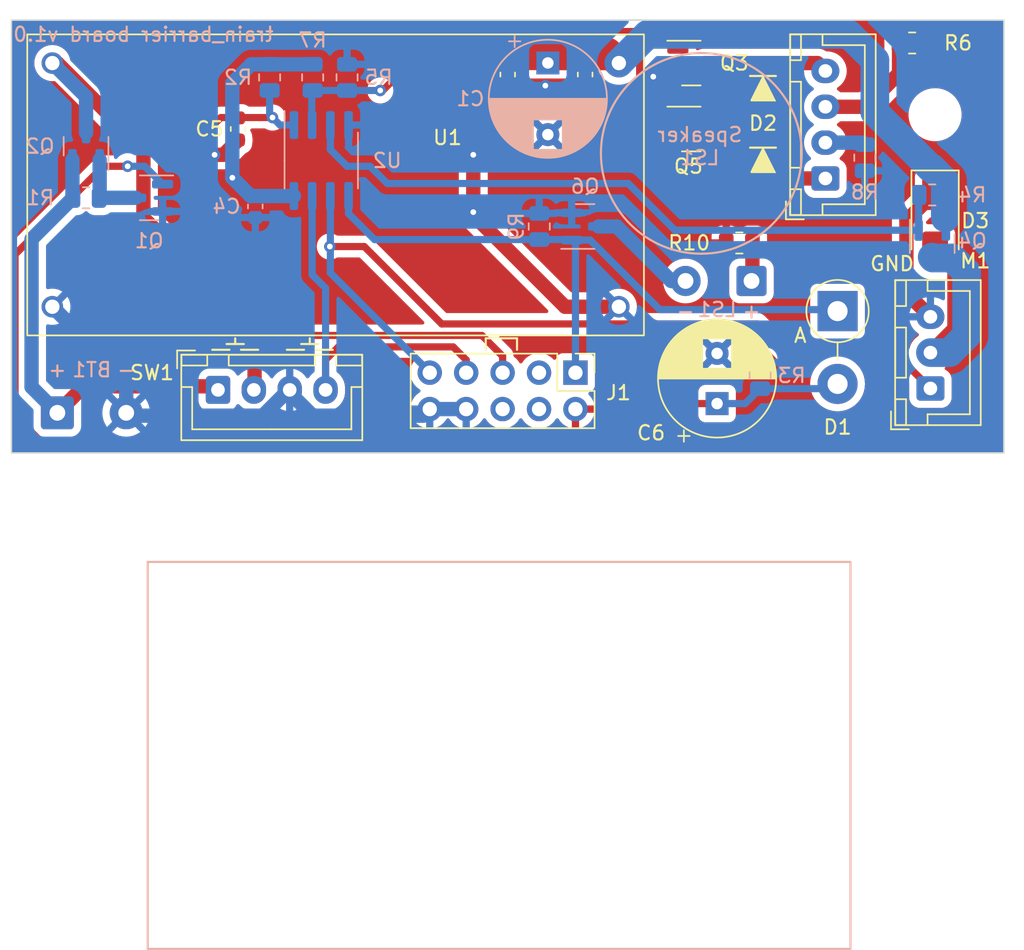
<source format=kicad_pcb>
(kicad_pcb (version 20221018) (generator pcbnew)
  (layers (0 "F.Cu" signal) (31 "B.Cu" signal) (34 "B.Paste" user) (35 "F.Paste" user) (36 "B.SilkS" user "B.Silkscreen") (37 "F.SilkS" user "F.Silkscreen") (38 "B.Mask" user) (39 "F.Mask" user) (44 "Edge.Cuts" user))
  (net 0 "")
  (net 1 "GND")
  (net 2 "PWR_EN")
  (net 3 "NOISE")
  (net 4 "+5V")
  (net 5 "RESET")
  (net 6 "SERVO_EN")
  (net 7 "SERVO_PWM")
  (net 8 "Net-(LS1-Pad1)")
  (net 9 "LED")
  (net 10 "BUTTON")
  (net 14 "Net-(Q2-Pad3)")
  (net 15 "Net-(Q1-Pad3)")
  (net 16 "Net-(LS1-Pad2)")
  (net 17 "Net-(D3-Pad2)")
  (net 18 "Net-(D2-Pad4)")
  (net 19 "Net-(D2-Pad3)")
  (net 20 "Net-(D2-Pad2)")
  (net 21 "Net-(D2-Pad1)")
  (net 22 "Net-(BT1-Pad1)")
  (footprint "Capacitor_SMD:C_0603_1608Metric" (layer "F.Cu") (at 97.6 29 -90)
    (fp_text reference "C3" (at 2.6 0 180) (layer "F.SilkS"))
    (fp_text value "0.1 uF" hide)
    (pad "1" smd roundrect (at -0.775 0 270) (size 0.9 0.95) (layers "F.Cu" "F.Paste" "F.Mask") (net 4 "+5V"))
    (pad "2" smd roundrect (at 0.775 0 270) (size 0.9 0.95) (layers "F.Cu" "F.Paste" "F.Mask") (net 1 "GND"))
  )
  (footprint "Resistor_SMD:R_0805_2012Metric" (layer "F.Cu") (at 125.8 26.8 180)
    (fp_text reference "R6" (at -3.2 0 180) (layer "F.SilkS"))
    (fp_text value "100" hide)
    (pad "1" smd roundrect (at -0.9125 0 180) (size 1.025 1.4) (layers "F.Cu" "F.Paste" "F.Mask") (roundrect_rratio 0.243902) (net 4 "+5V"))
    (pad "2" smd roundrect (at 0.9125 0 180) (size 1.025 1.4) (layers "F.Cu" "F.Paste" "F.Mask") (roundrect_rratio 0.243902) (net 19 "Net-(D2-Pad3)"))
  )
  (footprint "Connector_JST:JST_XH_B4B-XH-A_1x04_P2.50mm_Vertical" (layer "F.Cu") (at 77.4 51)
    (fp_text reference "SW1" (at -4.6 -1.2) (layer "F.SilkS"))
    (fp_text value "SW_Push_Dual_x2" hide)
    (pad "1" thru_hole roundrect (at 0 0) (size 1.7 1.95) (drill 0.95) (layers "*.Cu" "*.Mask") (roundrect_rratio 0.147059) (net 22 "Net-(BT1-Pad1)"))
    (pad "2" thru_hole oval (at 2.5 0) (size 1.7 1.95) (drill 0.95) (layers "*.Cu" "*.Mask") (net 14 "Net-(Q2-Pad3)"))
    (pad "3" thru_hole oval (at 5 0) (size 1.7 1.95) (drill 0.95) (layers "*.Cu" "*.Mask") (net 1 "GND"))
    (pad "4" thru_hole oval (at 7.5 0) (size 1.7 1.95) (drill 0.95) (layers "*.Cu" "*.Mask") (net 10 "BUTTON"))
  )
  (footprint "Capacitor_SMD:C_0603_1608Metric" (layer "F.Cu") (at 78.8 32.8 -90)
    (fp_text reference "C5" (at 0 2) (layer "F.SilkS"))
    (fp_text value "0.1 uF" hide)
    (pad "1" smd roundrect (at -0.775 0 270) (size 0.9 0.95) (layers "F.Cu" "F.Paste" "F.Mask") (net 5 "RESET"))
    (pad "2" smd roundrect (at 0.775 0 270) (size 0.9 0.95) (layers "F.Cu" "F.Paste" "F.Mask") (net 1 "GND"))
  )
  (footprint "Connector_JST:JST_XH_B3B-XH-A_1x03_P2.50mm_Vertical" (layer "F.Cu") (at 127.075 50.9 90)
    (fp_text reference "M1" (at 8.9 3.125 180) (layer "F.SilkS"))
    (fp_text value "Motor_Servo" hide)
    (pad "1" thru_hole roundrect (at 0 0 90) (size 1.7 1.95) (drill 0.95) (layers "*.Cu" "*.Mask") (roundrect_rratio 0.147059) (net 7 "SERVO_PWM"))
    (pad "2" thru_hole oval (at 2.5 0 90) (size 1.7 1.95) (drill 0.95) (layers "*.Cu" "*.Mask") (net 17 "Net-(D3-Pad2)"))
    (pad "3" thru_hole oval (at 5 0 90) (size 1.7 1.95) (drill 0.95) (layers "*.Cu" "*.Mask") (net 1 "GND"))
  )
  (footprint "Capacitor_SMD:C_0603_1608Metric" (layer "F.Cu") (at 103 29 -90)
    (fp_text reference "C2" (at 2.4 0 180) (layer "F.SilkS"))
    (fp_text value "22 uF" hide)
    (pad "1" smd roundrect (at -0.775 0 270) (size 0.9 0.95) (layers "F.Cu" "F.Paste" "F.Mask") (net 4 "+5V"))
    (pad "2" smd roundrect (at 0.775 0 270) (size 0.9 0.95) (layers "F.Cu" "F.Paste" "F.Mask") (net 1 "GND"))
  )
  (footprint "Capacitor_THT:CP_Radial_D8.0mm_P3.50mm" (layer "F.Cu") (at 112.2 51.955302 90)
    (fp_text reference "C6" (at -2.044698 -4.6 180) (layer "F.SilkS"))
    (fp_text value "22 uF" hide)
    (pad "1" thru_hole rect (at 0 0 90) (size 1.6 1.6) (drill 0.8) (layers "*.Cu" "*.Mask") (net 2 "PWR_EN"))
    (pad "2" thru_hole circle (at 3.5 0 90) (size 1.6 1.6) (drill 0.8) (layers "*.Cu" "*.Mask") (net 1 "GND"))
  )
  (footprint "Resistor_SMD:R_0805_2012Metric" (layer "F.Cu") (at 113.75 40.75)
    (fp_text reference "R10" (at -3.5 0) (layer "F.SilkS"))
    (fp_text value "0" hide)
    (pad "1" smd roundrect (at -0.9125 0) (size 1.025 1.4) (layers "F.Cu" "F.Paste" "F.Mask") (roundrect_rratio 0.243902) (net 4 "+5V"))
    (pad "2" smd roundrect (at 0.9125 0) (size 1.025 1.4) (layers "F.Cu" "F.Paste" "F.Mask") (roundrect_rratio 0.243902) (net 8 "Net-(LS1-Pad1)"))
  )
  (footprint "Library:DCDC_LM2596" (layer "F.Cu") (at 85.2 36.2)
    (fp_text reference "U1" (at 8.2 -2.8 unlocked) (layer "F.SilkS"))
    (fp_text value "LM2596S" hide)
    (pad "1" thru_hole circle (at -19.35 -8) (size 1.5 1.5) (drill 1) (layers "*.Cu" "*.Mask") (net 14 "Net-(Q2-Pad3)"))
    (pad "2" thru_hole circle (at -19.35 9) (size 1.5 1.5) (drill 1) (layers "*.Cu" "*.Mask") (net 1 "GND"))
    (pad "3" thru_hole circle (at 20.15 9) (size 1.5 1.5) (drill 1) (layers "*.Cu" "*.Mask") (net 1 "GND"))
    (pad "4" thru_hole circle (at 20.15 -8) (size 1.5 1.5) (drill 1) (layers "*.Cu" "*.Mask") (net 4 "+5V"))
  )
  (footprint "Diode_SMD:D_SMA" (layer "F.Cu") (at 127.4 39.2 -90)
    (fp_text reference "D3" (at 0 -2.8 180) (layer "F.SilkS"))
    (fp_text value "SMAJ5.0CA-TR" hide)
    (pad "1" smd roundrect (at -2 0 270) (size 2.5 1.8) (layers "F.Cu" "F.Paste" "F.Mask") (roundrect_rratio 0.1388888889) (net 1 "GND"))
    (pad "2" smd roundrect (at 2 0 270) (size 2.5 1.8) (layers "F.Cu" "F.Paste" "F.Mask") (roundrect_rratio 0.1388888889) (net 17 "Net-(D3-Pad2)"))
  )
  (footprint "Package_TO_SOT_SMD:SOT-23" (layer "F.Cu") (at 110.4 32.8)
    (fp_text reference "Q5" (at -0.2 2.6) (layer "F.SilkS"))
    (fp_text value "IRLML5203" hide)
    (pad "1" smd roundrect (at -0.9375 -0.95) (size 1.475 0.6) (layers "F.Cu" "F.Paste" "F.Mask") (net 9 "LED"))
    (pad "2" smd roundrect (at -0.9375 0.95) (size 1.475 0.6) (layers "F.Cu" "F.Paste" "F.Mask") (net 4 "+5V"))
    (pad "3" smd roundrect (at 0.9375 0) (size 1.475 0.6) (layers "F.Cu" "F.Paste" "F.Mask") (net 21 "Net-(D2-Pad1)"))
  )
  (footprint "Connector_PinHeader_2.54mm:PinHeader_2x05_P2.54mm_Vertical" (layer "F.Cu") (at 102.325 49.8 -90)
    (fp_text reference "J1" (at 1.4 -3) (layer "F.SilkS"))
    (fp_text value "USBASP" hide)
    (pad "1" thru_hole rect (at 0 0 270) (size 1.7 1.7) (drill 1) (layers "*.Cu" "*.Mask") (net 3 "NOISE"))
    (pad "2" thru_hole oval (at 2.54 0 270) (size 1.7 1.7) (drill 1) (layers "*.Cu" "*.Mask") (net 4 "+5V"))
    (pad "3" thru_hole oval (at 0 2.54 270) (size 1.7 1.7) (drill 1) (layers "*.Cu" "*.Mask"))
    (pad "4" thru_hole oval (at 2.54 2.54 270) (size 1.7 1.7) (drill 1) (layers "*.Cu" "*.Mask"))
    (pad "5" thru_hole oval (at 0 5.08 270) (size 1.7 1.7) (drill 1) (layers "*.Cu" "*.Mask") (net 5 "RESET"))
    (pad "6" thru_hole oval (at 2.54 5.08 270) (size 1.7 1.7) (drill 1) (layers "*.Cu" "*.Mask"))
    (pad "7" thru_hole oval (at 0 7.62 270) (size 1.7 1.7) (drill 1) (layers "*.Cu" "*.Mask") (net 10 "BUTTON"))
    (pad "8" thru_hole oval (at 2.54 7.62 270) (size 1.7 1.7) (drill 1) (layers "*.Cu" "*.Mask") (net 1 "GND"))
    (pad "9" thru_hole oval (at 0 10.16 270) (size 1.7 1.7) (drill 1) (layers "*.Cu" "*.Mask") (net 7 "SERVO_PWM"))
    (pad "10" thru_hole oval (at 2.54 10.16 270) (size 1.7 1.7) (drill 1) (layers "*.Cu" "*.Mask") (net 1 "GND"))
  )
  (footprint "Connector_JST:JST_XH_B4B-XH-A_1x04_P2.50mm_Vertical" (layer "F.Cu") (at 119.75 36.25 90)
    (fp_text reference "D2" (at 3.85 -4.35 180) (layer "F.SilkS"))
    (fp_text value "LED_Dual_AKAK" hide)
    (pad "1" thru_hole roundrect (at 0 0 90) (size 1.7 1.95) (drill 0.95) (layers "*.Cu" "*.Mask") (roundrect_rratio 0.147059) (net 21 "Net-(D2-Pad1)"))
    (pad "2" thru_hole oval (at 2.5 0 90) (size 1.7 1.95) (drill 0.95) (layers "*.Cu" "*.Mask") (net 20 "Net-(D2-Pad2)"))
    (pad "3" thru_hole oval (at 5 0 90) (size 1.7 1.95) (drill 0.95) (layers "*.Cu" "*.Mask") (net 19 "Net-(D2-Pad3)"))
    (pad "4" thru_hole oval (at 7.5 0 90) (size 1.7 1.95) (drill 0.95) (layers "*.Cu" "*.Mask") (net 18 "Net-(D2-Pad4)"))
  )
  (footprint "MountingHole:MountingHole_3.2mm_M3" (layer "F.Cu") (at 127.4 31.8)
    (fp_text reference "H1" hide)
    (fp_text value "MountingHole" hide)
    (pad "" np_thru_hole circle (at 0 0) (size 3.2 3.2) (drill 3.2) (layers "*.Cu" "*.Mask"))
  )
  (footprint "Diode_THT:D_5W_P5.08mm_Vertical_AnodeUp" (layer "F.Cu") (at 120.6 45.503712 -90)
    (fp_text reference "D1" (at 8.096288 0 180) (layer "F.SilkS"))
    (fp_text value "DIODE" hide)
    (fp_text user "A" (at 1.696288 2.6 180) (layer "F.SilkS"))
    (pad "1" thru_hole rect (at 0 0 270) (size 2.8 2.8) (drill 1.4) (layers "*.Cu" "*.Mask") (net 3 "NOISE"))
    (pad "2" thru_hole oval (at 5.08 0 270) (size 2.8 2.8) (drill 1.4) (layers "*.Cu" "*.Mask") (net 2 "PWR_EN"))
  )
  (footprint "Package_TO_SOT_SMD:SOT-23" (layer "F.Cu") (at 110.4 28.2)
    (fp_text reference "Q3" (at 3 0 180) (layer "F.SilkS"))
    (fp_text value "IRLML0030" hide)
    (pad "1" smd roundrect (at -0.9375 -0.95) (size 1.475 0.6) (layers "F.Cu" "F.Paste" "F.Mask") (net 9 "LED"))
    (pad "2" smd roundrect (at -0.9375 0.95) (size 1.475 0.6) (layers "F.Cu" "F.Paste" "F.Mask") (net 1 "GND"))
    (pad "3" smd roundrect (at 0.9375 0) (size 1.475 0.6) (layers "F.Cu" "F.Paste" "F.Mask") (net 18 "Net-(D2-Pad4)"))
  )
  (footprint "Package_TO_SOT_SMD:SOT-23" (layer "B.Cu") (at 127.2 40.8 -90)
    (fp_text reference "Q4" (at -0.2 -2.8 180) (layer "B.SilkS") (effects (justify mirror)))
    (fp_text value "IRLML5203" hide)
    (pad "1" smd roundrect (at -0.9375 0.95 270) (size 1.475 0.6) (layers "B.Cu" "B.Paste" "B.Mask") (net 6 "SERVO_EN"))
    (pad "2" smd roundrect (at -0.9375 -0.95 270) (size 1.475 0.6) (layers "B.Cu" "B.Paste" "B.Mask") (net 4 "+5V"))
    (pad "3" smd roundrect (at 0.9375 0 270) (size 1.475 0.6) (layers "B.Cu" "B.Paste" "B.Mask") (net 17 "Net-(D3-Pad2)"))
  )
  (footprint "Package_TO_SOT_SMD:SOT-23" (layer "B.Cu") (at 68.2 34 90)
    (fp_text reference "Q2" (at 0 -3.2 180) (layer "B.SilkS") (effects (justify mirror)))
    (fp_text value "IRLML5203" hide)
    (pad "1" smd roundrect (at -0.9375 0.95 90) (size 1.475 0.6) (layers "B.Cu" "B.Paste" "B.Mask") (net 15 "Net-(Q1-Pad3)"))
    (pad "2" smd roundrect (at -0.9375 -0.95 90) (size 1.475 0.6) (layers "B.Cu" "B.Paste" "B.Mask") (net 22 "Net-(BT1-Pad1)"))
    (pad "3" smd roundrect (at 0.9375 0 90) (size 1.475 0.6) (layers "B.Cu" "B.Paste" "B.Mask") (net 14 "Net-(Q2-Pad3)"))
  )
  (footprint "Resistor_SMD:R_0805_2012Metric" (layer "B.Cu") (at 99.8 39.6 90)
    (fp_text reference "R9" (at 0 -1.6 90) (layer "B.SilkS") (effects (justify mirror)))
    (fp_text value "300K" hide)
    (pad "1" smd roundrect (at -0.9125 0 90) (size 1.025 1.4) (layers "B.Cu" "B.Paste" "B.Mask") (roundrect_rratio 0.243902) (net 3 "NOISE"))
    (pad "2" smd roundrect (at 0.9125 0 90) (size 1.025 1.4) (layers "B.Cu" "B.Paste" "B.Mask") (roundrect_rratio 0.243902) (net 1 "GND"))
  )
  (footprint "Resistor_SMD:R_0805_2012Metric" (layer "B.Cu") (at 84 29.2 90)
    (fp_text reference "R7" (at 2.6 0 180) (layer "B.SilkS") (effects (justify mirror)))
    (fp_text value "300K" hide)
    (pad "1" smd roundrect (at -0.9125 0 90) (size 1.025 1.4) (layers "B.Cu" "B.Paste" "B.Mask") (roundrect_rratio 0.243902) (net 9 "LED"))
    (pad "2" smd roundrect (at 0.9125 0 90) (size 1.025 1.4) (layers "B.Cu" "B.Paste" "B.Mask") (roundrect_rratio 0.243902) (net 4 "+5V"))
  )
  (footprint "Resistor_SMD:R_0805_2012Metric" (layer "B.Cu") (at 122.5 34.8 -90)
    (fp_text reference "R8" (at 2.4 0) (layer "B.SilkS") (effects (justify mirror)))
    (fp_text value "100" hide)
    (pad "1" smd roundrect (at -0.9125 0 270) (size 1.025 1.4) (layers "B.Cu" "B.Paste" "B.Mask") (roundrect_rratio 0.243902) (net 20 "Net-(D2-Pad2)"))
    (pad "2" smd roundrect (at 0.9125 0 270) (size 1.025 1.4) (layers "B.Cu" "B.Paste" "B.Mask") (roundrect_rratio 0.243902) (net 1 "GND"))
  )
  (footprint "Package_TO_SOT_SMD:SOT-23" (layer "B.Cu") (at 72.6 37.6 180)
    (fp_text reference "Q1" (at 0 -3) (layer "B.SilkS") (effects (justify mirror)))
    (fp_text value "IRLML0030" hide)
    (pad "1" smd roundrect (at -0.9375 0.95 180) (size 1.475 0.6) (layers "B.Cu" "B.Paste" "B.Mask") (net 2 "PWR_EN"))
    (pad "2" smd roundrect (at -0.9375 -0.95 180) (size 1.475 0.6) (layers "B.Cu" "B.Paste" "B.Mask") (net 1 "GND"))
    (pad "3" smd roundrect (at 0.9375 0 180) (size 1.475 0.6) (layers "B.Cu" "B.Paste" "B.Mask") (net 15 "Net-(Q1-Pad3)"))
  )
  (footprint "Capacitor_SMD:C_0603_1608Metric" (layer "B.Cu") (at 80 38.2 -90)
    (fp_text reference "C4" (at 0 2 180) (layer "B.SilkS") (effects (justify mirror)))
    (fp_text value "0.1 uF" hide)
    (pad "1" smd roundrect (at -0.775 0 270) (size 0.9 0.95) (layers "B.Cu" "B.Paste" "B.Mask") (net 4 "+5V"))
    (pad "2" smd roundrect (at 0.775 0 270) (size 0.9 0.95) (layers "B.Cu" "B.Paste" "B.Mask") (net 1 "GND"))
  )
  (footprint "Resistor_SMD:R_0805_2012Metric" (layer "B.Cu") (at 115.2 50 -90)
    (fp_text reference "R3" (at 0 -2.2 180) (layer "B.SilkS") (effects (justify mirror)))
    (fp_text value "100K" hide)
    (pad "1" smd roundrect (at -0.9125 0 270) (size 1.025 1.4) (layers "B.Cu" "B.Paste" "B.Mask") (roundrect_rratio 0.243902) (net 1 "GND"))
    (pad "2" smd roundrect (at 0.9125 0 270) (size 1.025 1.4) (layers "B.Cu" "B.Paste" "B.Mask") (roundrect_rratio 0.243902) (net 2 "PWR_EN"))
  )
  (footprint "Connector_Wire:SolderWire-0.5sqmm_1x02_P4.8mm_D0.9mm_OD2.3mm" (layer "B.Cu") (at 66.2 52.6)
    (fp_text reference "BT1" (at 2.4 -3) (layer "B.SilkS") (effects (justify mirror)))
    (fp_text value "9V" hide)
    (pad "1" thru_hole roundrect (at 0 0) (size 2.3 2.3) (drill 1.1) (layers "*.Cu" "*.Mask") (roundrect_rratio 0.108696) (net 22 "Net-(BT1-Pad1)"))
    (pad "2" thru_hole circle (at 4.8 0) (size 2.3 2.3) (drill 1.1) (layers "*.Cu" "*.Mask") (net 1 "GND"))
  )
  (footprint "Resistor_SMD:R_0805_2012Metric" (layer "B.Cu") (at 81 29.2 90)
    (fp_text reference "R2" (at 0 -2.2 180) (layer "B.SilkS") (effects (justify mirror)))
    (fp_text value "10K" hide)
    (pad "1" smd roundrect (at -0.9125 0 90) (size 1.025 1.4) (layers "B.Cu" "B.Paste" "B.Mask") (roundrect_rratio 0.243902) (net 5 "RESET"))
    (pad "2" smd roundrect (at 0.9125 0 90) (size 1.025 1.4) (layers "B.Cu" "B.Paste" "B.Mask") (roundrect_rratio 0.243902) (net 4 "+5V"))
  )
  (footprint "Capacitor_THT:CP_Radial_D8.0mm_P5.00mm" (layer "B.Cu") (at 100.4 28.192047 -90)
    (fp_text reference "C1" (at 2.5 5.4 180) (layer "B.SilkS") (effects (justify mirror)))
    (fp_text value "1000 uF" hide)
    (pad "1" thru_hole rect (at 0 0 270) (size 1.6 1.6) (drill 0.8) (layers "*.Cu" "*.Mask") (net 4 "+5V"))
    (pad "2" thru_hole circle (at 5 0 270) (size 1.6 1.6) (drill 0.8) (layers "*.Cu" "*.Mask") (net 1 "GND"))
  )
  (footprint "Package_SO:SOIC-8_3.9x4.9mm_P1.27mm" (layer "B.Cu") (at 84.6 35 -90)
    (fp_text reference "U2" (at 0 -4.6 180) (layer "B.SilkS") (effects (justify mirror)))
    (fp_text value "ATtiny13A-SS" hide)
    (pad "1" smd roundrect (at -2.475 1.905 270) (size 1.95 0.6) (layers "B.Cu" "B.Paste" "B.Mask") (net 5 "RESET"))
    (pad "2" smd roundrect (at -2.475 0.635 270) (size 1.95 0.6) (layers "B.Cu" "B.Paste" "B.Mask") (net 9 "LED"))
    (pad "3" smd roundrect (at -2.475 -0.635 270) (size 1.95 0.6) (layers "B.Cu" "B.Paste" "B.Mask") (net 6 "SERVO_EN"))
    (pad "4" smd roundrect (at -2.475 -1.905 270) (size 1.95 0.6) (layers "B.Cu" "B.Paste" "B.Mask") (net 1 "GND"))
    (pad "5" smd roundrect (at 2.475 -1.905 270) (size 1.95 0.6) (layers "B.Cu" "B.Paste" "B.Mask") (net 3 "NOISE"))
    (pad "6" smd roundrect (at 2.475 -0.635 270) (size 1.95 0.6) (layers "B.Cu" "B.Paste" "B.Mask") (net 7 "SERVO_PWM"))
    (pad "7" smd roundrect (at 2.475 0.635 270) (size 1.95 0.6) (layers "B.Cu" "B.Paste" "B.Mask") (net 10 "BUTTON"))
    (pad "8" smd roundrect (at 2.475 1.905 270) (size 1.95 0.6) (layers "B.Cu" "B.Paste" "B.Mask") (net 4 "+5V"))
  )
  (footprint "Resistor_SMD:R_0805_2012Metric" (layer "B.Cu") (at 127.2 37.4)
    (fp_text reference "R4" (at 2.8 0) (layer "B.SilkS") (effects (justify mirror)))
    (fp_text value "300K" hide)
    (pad "1" smd roundrect (at -0.9125 0) (size 1.025 1.4) (layers "B.Cu" "B.Paste" "B.Mask") (roundrect_rratio 0.243902) (net 6 "SERVO_EN"))
    (pad "2" smd roundrect (at 0.9125 0) (size 1.025 1.4) (layers "B.Cu" "B.Paste" "B.Mask") (roundrect_rratio 0.243902) (net 4 "+5V"))
  )
  (footprint "Resistor_SMD:R_0805_2012Metric" (layer "B.Cu") (at 86.4 29.2 90)
    (fp_text reference "R5" (at 0 2.2 180) (layer "B.SilkS") (effects (justify mirror)))
    (fp_text value "300K" hide)
    (pad "1" smd roundrect (at -0.9125 0 90) (size 1.025 1.4) (layers "B.Cu" "B.Paste" "B.Mask") (roundrect_rratio 0.243902) (net 9 "LED"))
    (pad "2" smd roundrect (at 0.9125 0 90) (size 1.025 1.4) (layers "B.Cu" "B.Paste" "B.Mask") (roundrect_rratio 0.243902) (net 1 "GND"))
  )
  (footprint "Connector_Wire:SolderWire-0.5sqmm_1x02_P4.6mm_D0.9mm_OD2.1mm" (layer "B.Cu") (at 114.6 43.4 180)
    (fp_text reference "LS1" (at 2.4 -2) (layer "B.SilkS") (effects (justify mirror)))
    (fp_text value "Speaker_Crystal" hide)
    (pad "1" thru_hole roundrect (at 0 0 180) (size 2.1 2.1) (drill 1.1) (layers "*.Cu" "*.Mask") (roundrect_rratio 0.119048) (net 8 "Net-(LS1-Pad1)"))
    (pad "2" thru_hole circle (at 4.6 0 180) (size 2.1 2.1) (drill 1.1) (layers "*.Cu" "*.Mask") (net 16 "Net-(LS1-Pad2)"))
  )
  (footprint "Package_TO_SOT_SMD:SOT-23" (layer "B.Cu") (at 103 39.6)
    (fp_text reference "Q6" (at 0 -2.8) (layer "B.SilkS") (effects (justify mirror)))
    (fp_text value "IRLML0030" hide)
    (pad "1" smd roundrect (at -0.9375 0.95) (size 1.475 0.6) (layers "B.Cu" "B.Paste" "B.Mask") (net 3 "NOISE"))
    (pad "2" smd roundrect (at -0.9375 -0.95) (size 1.475 0.6) (layers "B.Cu" "B.Paste" "B.Mask") (net 1 "GND"))
    (pad "3" smd roundrect (at 0.9375 0) (size 1.475 0.6) (layers "B.Cu" "B.Paste" "B.Mask") (net 16 "Net-(LS1-Pad2)"))
  )
  (footprint "Resistor_SMD:R_0805_2012Metric" (layer "B.Cu") (at 68.2 37.6 180)
    (fp_text reference "R1" (at 3.2 0) (layer "B.SilkS") (effects (justify mirror)))
    (fp_text value "300K" hide)
    (pad "1" smd roundrect (at -0.9125 0 180) (size 1.025 1.4) (layers "B.Cu" "B.Paste" "B.Mask") (roundrect_rratio 0.243902) (net 15 "Net-(Q1-Pad3)"))
    (pad "2" smd roundrect (at 0.9125 0 180) (size 1.025 1.4) (layers "B.Cu" "B.Paste" "B.Mask") (roundrect_rratio 0.243902) (net 22 "Net-(BT1-Pad1)"))
  )
  (gr_rect (start 72.5 63) (end 121.5 90) (stroke (width 0.15)) (fill none) (layer "B.SilkS"))
  (gr_circle (center 111.1 34.5) (end 118.1 34.5) (stroke (width 0.15)) (fill none) (layer "B.SilkS"))
  (gr_poly (pts (xy 116.2 30.8) (xy 114.6 30.8) (xy 115.4 29.2)) (stroke (width 0.15)) (fill solid) (layer "F.SilkS"))
  (gr_line (start 78 47.8) (end 79.2 47.8) (stroke (width 0.15)) (layer "F.SilkS"))
  (gr_line (start 98.25 47.4) (end 98.25 48.2) (stroke (width 0.15)) (layer "F.SilkS"))
  (gr_line (start 114.5 29.1) (end 116.3 29.1) (stroke (width 0.15)) (layer "F.SilkS"))
  (gr_line (start 83.2 47.8) (end 84.4 47.8) (stroke (width 0.15)) (layer "F.SilkS"))
  (gr_line (start 96.07 47.4) (end 98.25 47.4) (stroke (width 0.15)) (layer "F.SilkS"))
  (gr_line (start 82.2 48.2) (end 83.4 48.2) (stroke (width 0.15)) (layer "F.SilkS"))
  (gr_line (start 79 48.2) (end 80.2 48.2) (stroke (width 0.15)) (layer "F.SilkS"))
  (gr_line (start 84.2 48.2) (end 85.4 48.2) (stroke (width 0.15)) (layer "F.SilkS"))
  (gr_line (start 83.8 47.8) (end 83.8 47.4) (stroke (width 0.15)) (layer "F.SilkS"))
  (gr_poly (pts (xy 116.2 35.8) (xy 114.6 35.8) (xy 115.4 34.2)) (stroke (width 0.15)) (fill solid) (layer "F.SilkS"))
  (gr_line (start 77 48.2) (end 78.2 48.2) (stroke (width 0.15)) (layer "F.SilkS"))
  (gr_line (start 78.6 47.8) (end 78.6 47.4) (stroke (width 0.15)) (layer "F.SilkS"))
  (gr_line (start 114.5 34.1) (end 116.3 34.1) (stroke (width 0.15)) (layer "F.SilkS"))
  (gr_line (start 96.07 48.2) (end 96.07 47.4) (stroke (width 0.15)) (layer "F.SilkS"))
  (gr_rect (start 63 25.2) (end 132.2 55.4) (stroke (width 0.1)) (fill none) (layer "Edge.Cuts"))
  (gr_text "train_barrier board v1.0" (at 72.2 26.2) (layer "B.SilkS") (effects (font (size 1 1)) (justify mirror)))
  (gr_text "-" (at 71 49.6) (layer "B.SilkS") (effects (font (size 1 1)) (justify mirror)))
  (gr_text "Speaker\nLS1" (at 111 34) (layer "B.SilkS") (effects (font (size 1 1)) (justify mirror)))
  (gr_text "+" (at 66.2 49.6) (layer "B.SilkS") (effects (font (size 1 1))))
  (gr_text "-" (at 110 45.5) (layer "B.SilkS") (effects (font (size 1 1)) (justify mirror)))
  (gr_text "+" (at 114.6 45.5) (layer "B.SilkS") (effects (font (size 1 1)) (justify mirror)))
  (gr_text "GND\n" (at 124.4 42.2) (layer "F.SilkS") (effects (font (size 1 1))))
  (segment (start 95.2 34.6) (end 95.2 38.6) (width 1) (layer "F.Cu") (net 1))
  (segment (start 101.6 45.2) (end 105.35 45.2) (width 1) (layer "F.Cu") (net 1))
  (segment (start 77.162661 34.6) (end 77.775 34.6) (width 1) (layer "F.Cu") (net 1))
  (segment (start 77.775 34.6) (end 78.8 33.575) (width 1) (layer "F.Cu") (net 1))
  (segment (start 95.2 38.6) (end 95.2 38.8) (width 1) (layer "F.Cu") (net 1))
  (segment (start 100.225 29.775) (end 103 29.775) (width 1) (layer "F.Cu") (net 1))
  (segment (start 125.4 39.2) (end 127.4 37.2) (width 1) (layer "F.Cu") (net 1))
  (segment (start 97.6 29.775) (end 100.225 29.775) (width 1) (layer "F.Cu") (net 1))
  (segment (start 107.75 29.15) (end 109.4625 29.15) (width 1) (layer "F.Cu") (net 1))
  (segment (start 95.2 38.8) (end 101.6 45.2) (width 1) (layer "F.Cu") (net 1))
  (segment (start 125.4 44.225) (end 125.4 39.2) (width 1) (layer "F.Cu") (net 1))
  (segment (start 127.075 45.9) (end 125.4 44.225) (width 1) (layer "F.Cu") (net 1))
  (via (at 77.162661 34.6) (size 0.8) (drill 0.4) (layers "F.Cu" "B.Cu") (net 1))
  (via (at 95.2 38.6) (size 0.8) (drill 0.4) (layers "F.Cu" "B.Cu") (net 1))
  (via (at 107.75 29.15) (size 0.8) (drill 0.4) (layers "F.Cu" "B.Cu") (net 1))
  (via (at 95.2 34.6) (size 0.8) (drill 0.4) (layers "F.Cu" "B.Cu") (net 1))
  (via (at 100.225 29.775) (size 0.8) (drill 0.4) (layers "F.Cu" "B.Cu") (net 1))
  (segment (start 71 50.35) (end 66.025 45.375) (width 1) (layer "B.Cu") (net 1))
  (segment (start 71 52.6) (end 71 50.35) (width 1) (layer "B.Cu") (net 1))
  (segment (start 82.45 51.25) (end 84 52.8) (width 1) (layer "B.Cu") (net 1))
  (segment (start 84 52.8) (end 91.705 52.8) (width 1) (layer "B.Cu") (net 1))
  (segment (start 71.2 52.8) (end 80.525 52.8) (width 1) (layer "B.Cu") (net 1))
  (segment (start 80.525 52.8) (end 82.45 50.875) (width 1) (layer "B.Cu") (net 1))
  (segment (start 92.165 52.34) (end 94.705 52.34) (width 1) (layer "B.Cu") (net 1))
  (segment (start 91.705 52.8) (end 92.165 52.34) (width 1) (layer "B.Cu") (net 1))
  (segment (start 106.6 55.15) (end 109.794698 51.955302) (width 0.5) (layer "F.Cu") (net 2))
  (segment (start 65.6 55.15) (end 106.6 55.15) (width 0.5) (layer "F.Cu") (net 2))
  (segment (start 69.4 35.4) (end 63.25 41.55) (width 0.5) (layer "F.Cu") (net 2))
  (segment (start 63.25 41.55) (end 63.25 52.8) (width 0.5) (layer "F.Cu") (net 2))
  (segment (start 109.794698 51.955302) (end 112.2 51.955302) (width 0.5) (layer "F.Cu") (net 2))
  (segment (start 63.25 52.8) (end 65.6 55.15) (width 0.5) (layer "F.Cu") (net 2))
  (segment (start 71.1005 35.4) (end 69.4 35.4) (width 0.5) (layer "F.Cu") (net 2))
  (via (at 71.1005 35.4) (size 0.8) (drill 0.4) (layers "F.Cu" "B.Cu") (net 2))
  (segment (start 115.2 50.9125) (end 120.271212 50.9125) (width 0.5) (layer "B.Cu") (net 2))
  (segment (start 71.1005 35.4) (end 72.2875 35.4) (width 0.5) (layer "B.Cu") (net 2))
  (segment (start 72.2875 35.4) (end 73.5375 36.65) (width 0.5) (layer "B.Cu") (net 2))
  (segment (start 114.157198 51.955302) (end 115.2 50.9125) (width 0.5) (layer "B.Cu") (net 2))
  (segment (start 112.2 51.955302) (end 114.157198 51.955302) (width 0.5) (layer "B.Cu") (net 2))
  (segment (start 102.325 49.8) (end 102.325 40.8125) (width 0.5) (layer "B.Cu") (net 3))
  (segment (start 108.2 45.4) (end 120.496288 45.4) (width 0.5) (layer "B.Cu") (net 3))
  (segment (start 103.35 40.55) (end 108.2 45.4) (width 0.5) (layer "B.Cu") (net 3))
  (segment (start 102.325 40.8125) (end 102.0625 40.55) (width 0.5) (layer "B.Cu") (net 3))
  (segment (start 88.3125 40.5125) (end 86.505 38.705) (width 0.5) (layer "B.Cu") (net 3))
  (segment (start 102.0625 40.55) (end 103.35 40.55) (width 0.5) (layer "B.Cu") (net 3))
  (segment (start 99.8 40.5125) (end 102.025 40.5125) (width 0.5) (layer "B.Cu") (net 3))
  (segment (start 99.8 40.5125) (end 88.3125 40.5125) (width 0.5) (layer "B.Cu") (net 3))
  (segment (start 86.505 38.705) (end 86.505 37.475) (width 0.5) (layer "B.Cu") (net 3))
  (segment (start 104.6 27.45) (end 95.45 27.45) (width 2) (layer "F.Cu") (net 4))
  (segment (start 100.4 28.192047) (end 96.207953 28.192047) (width 1) (layer "F.Cu") (net 4))
  (segment (start 105.35 28.2) (end 100.407953 28.2) (width 1) (layer "F.Cu") (net 4))
  (segment (start 105.35 28.2) (end 104.6 27.45) (width 2) (layer "F.Cu") (net 4))
  (via (at 78.4 36.2) (size 0.8) (drill 0.4) (layers "F.Cu" "B.Cu") (net 4))
  (segment (start 128.1125 36.46189) (end 127.15061 35.5) (width 2) (layer "B.Cu") (net 4))
  (segment (start 127.069489 35.5) (end 123.2 31.630511) (width 2) (layer "B.Cu") (net 4))
  (segment (start 128.1125 37.4) (end 128.1125 36.46189) (width 2) (layer "B.Cu") (net 4))
  (segment (start 78.398054 29.601946) (end 79.7125 28.2875) (width 1) (layer "B.Cu") (net 4))
  (segment (start 127.15061 35.5) (end 127.069489 35.5) (width 2) (layer "B.Cu") (net 4))
  (segment (start 107.35 26.2) (end 105.35 28.2) (width 2) (layer "B.Cu") (net 4))
  (segment (start 128.1125 37.4) (end 128.1125 39) (width 2) (layer "B.Cu") (net 4))
  (segment (start 79.675 37.475) (end 82.695 37.475) (width 1) (layer "B.Cu") (net 4))
  (segment (start 121.4 26.2) (end 107.35 26.2) (width 2) (layer "B.Cu") (net 4))
  (segment (start 123.2 31.630511) (end 123.2 28) (width 2) (layer "B.Cu") (net 4))
  (segment (start 78.4 36.2) (end 79.675 37.475) (width 1) (layer "B.Cu") (net 4))
  (segment (start 78.4 36.2) (end 78.398054 36.198054) (width 1) (layer "B.Cu") (net 4))
  (segment (start 79.7125 28.2875) (end 84 28.2875) (width 1) (layer "B.Cu") (net 4))
  (segment (start 78.398054 36.198054) (end 78.398054 29.601946) (width 1) (layer "B.Cu") (net 4))
  (segment (start 123.2 28) (end 121.4 26.2) (width 2) (layer "B.Cu") (net 4))
  (segment (start 81.2 32) (end 77.6 32) (width 0.5) (layer "F.Cu") (net 5))
  (segment (start 82.2 47.2) (end 95.8 47.2) (width 0.5) (layer "F.Cu") (net 5))
  (segment (start 77.6 32) (end 75.6 34) (width 0.5) (layer "F.Cu") (net 5))
  (segment (start 75.6 34) (end 75.6 40.6) (width 0.5) (layer "F.Cu") (net 5))
  (segment (start 75.6 40.6) (end 82.2 47.2) (width 0.5) (layer "F.Cu") (net 5))
  (segment (start 97.245 48.645) (end 97.245 49.8) (width 0.5) (layer "F.Cu") (net 5))
  (segment (start 95.8 47.2) (end 97.245 48.645) (width 0.5) (layer "F.Cu") (net 5))
  (via (at 81.2 32) (size 0.8) (drill 0.4) (layers "F.Cu" "B.Cu") (net 5))
  (segment (start 81.725 32.525) (end 82.695 32.525) (width 0.5) (layer "B.Cu") (net 5))
  (segment (start 81 30.1125) (end 81 31.8) (width 0.5) (layer "B.Cu") (net 5))
  (segment (start 81 31.8) (end 81.2 32) (width 0.5) (layer "B.Cu") (net 5))
  (segment (start 81.2 32) (end 81.725 32.525) (width 0.5) (layer "B.Cu") (net 5))
  (segment (start 88 35.4) (end 86.4 35.4) (width 0.5) (layer "B.Cu") (net 6))
  (segment (start 86.4 35.4) (end 85.235 34.235) (width 0.5) (layer "B.Cu") (net 6))
  (segment (start 126.25 39.8625) (end 126.25 37.4375) (width 0.5) (layer "B.Cu") (net 6))
  (segment (start 106 36.6) (end 89.2 36.6) (width 0.5) (layer "B.Cu") (net 6))
  (segment (start 109.2625 39.8625) (end 106 36.6) (width 0.5) (layer "B.Cu") (net 6))
  (segment (start 126.25 39.8625) (end 109.2625 39.8625) (width 0.5) (layer "B.Cu") (net 6))
  (segment (start 89.2 36.6) (end 88 35.4) (width 0.5) (layer "B.Cu") (net 6))
  (segment (start 85.235 34.235) (end 85.235 32.525) (width 0.5) (layer "B.Cu") (net 6))
  (segment (start 116.8 48.2) (end 115 46.4) (width 0.5) (layer "F.Cu") (net 7))
  (segment (start 124.375 48.2) (end 116.8 48.2) (width 0.5) (layer "F.Cu") (net 7))
  (segment (start 93 46.4) (end 87.6 41) (width 0.5) (layer "F.Cu") (net 7))
  (segment (start 87.6 41) (end 85.2 41) (width 0.5) (layer "F.Cu") (net 7))
  (segment (start 115 46.4) (end 93 46.4) (width 0.5) (layer "F.Cu") (net 7))
  (segment (start 127.075 50.9) (end 124.375 48.2) (width 0.5) (layer "F.Cu") (net 7))
  (via (at 85.2 41) (size 0.8) (drill 0.4) (layers "F.Cu" "B.Cu") (net 7))
  (segment (start 85.235 42.835) (end 85.235 37.475) (width 0.5) (layer "B.Cu") (net 7))
  (segment (start 92.165 49.765) (end 85.235 42.835) (width 0.5) (layer "B.Cu") (net 7))
  (segment (start 114.6625 40.75) (end 114.6625 43.3375) (width 1) (layer "F.Cu") (net 8))
  (segment (start 93 26) (end 108.2125 26) (width 0.5) (layer "F.Cu") (net 9))
  (segment (start 88.8875 30.1125) (end 93 26) (width 0.5) (layer "F.Cu") (net 9))
  (segment (start 106.8 31) (end 106.8 26.2) (width 0.5) (layer "F.Cu") (net 9))
  (segment (start 107.65 31.85) (end 106.8 31) (width 0.5) (layer "F.Cu") (net 9))
  (segment (start 108.2125 26) (end 109.4625 27.25) (width 0.5) (layer "F.Cu") (net 9))
  (segment (start 88.7125 30.1125) (end 88.8875 30.1125) (width 0.5) (layer "F.Cu") (net 9))
  (segment (start 109.4625 31.85) (end 107.65 31.85) (width 0.5) (layer "F.Cu") (net 9))
  (via (at 88.7125 30.1125) (size 0.8) (drill 0.4) (layers "F.Cu" "B.Cu") (net 9))
  (segment (start 84 30.1125) (end 86.4 30.1125) (width 0.5) (layer "B.Cu") (net 9))
  (segment (start 83.94 32.4) (end 83.94 30.1725) (width 0.5) (layer "B.Cu") (net 9))
  (segment (start 88.7125 30.1125) (end 86.4 30.1125) (width 0.5) (layer "B.Cu") (net 9))
  (segment (start 94.705 49.8) (end 94.705 48.905) (width 0.5) (layer "F.Cu") (net 10))
  (segment (start 85.8 48) (end 84.9 48.9) (width 0.5) (layer "F.Cu") (net 10))
  (segment (start 84.9 48.9) (end 84.9 51) (width 0.5) (layer "F.Cu") (net 10))
  (segment (start 94.705 48.905) (end 93.8 48) (width 0.5) (layer "F.Cu") (net 10))
  (segment (start 93.8 48) (end 85.8 48) (width 0.5) (layer "F.Cu") (net 10))
  (segment (start 83.965 42.965) (end 83.965 37.475) (width 0.5) (layer "B.Cu") (net 10))
  (segment (start 84.9 51) (end 84.9 43.9) (width 0.5) (layer "B.Cu") (net 10))
  (segment (start 84.9 43.9) (end 83.965 42.965) (width 0.5) (layer "B.Cu") (net 10))
  (segment (start 66.2 28.2) (end 65.85 28.2) (width 1) (layer "F.Cu") (net 14))
  (segment (start 79.95 46.75) (end 72.2 39) (width 1) (layer "F.Cu") (net 14))
  (segment (start 72.2 39) (end 72.2 34.2) (width 1) (layer "F.Cu") (net 14))
  (segment (start 72.2 34.2) (end 66.2 28.2) (width 1) (layer "F.Cu") (net 14))
  (segment (start 79.95 50.875) (end 79.95 46.75) (width 1) (layer "F.Cu") (net 14))
  (segment (start 68.2 33.0625) (end 68.2 30.55) (width 1) (layer "B.Cu") (net 14))
  (segment (start 68.2 30.55) (end 65.85 28.2) (width 1) (layer "B.Cu") (net 14))
  (segment (start 69.15 34.9375) (end 69.15 37.5625) (width 1) (layer "B.Cu") (net 15))
  (segment (start 69.1125 37.6) (end 71.6625 37.6) (width 1) (layer "B.Cu") (net 15))
  (segment (start 69.15 37.5625) (end 69.1125 37.6) (width 1) (layer "B.Cu") (net 15))
  (segment (start 109 43.4) (end 110 43.4) (width 1) (layer "B.Cu") (net 16))
  (segment (start 103.9375 39.6) (end 105.2 39.6) (width 1) (layer "B.Cu") (net 16))
  (segment (start 105.2 39.6) (end 109 43.4) (width 1) (layer "B.Cu") (net 16))
  (segment (start 127.4 41.2) (end 128.75 42.55) (width 1) (layer "F.Cu") (net 17))
  (segment (start 128.75 46.725) (end 127.075 48.4) (width 1) (layer "F.Cu") (net 17))
  (segment (start 128.75 42.55) (end 128.75 46.725) (width 1) (layer "F.Cu") (net 17))
  (segment (start 127.2625 41.8) (end 128.6 41.8) (width 2) (layer "B.Cu") (net 17))
  (segment (start 129.6 42.8) (end 129.6 47.2) (width 2) (layer "B.Cu") (net 17))
  (segment (start 128.4 48.4) (end 127.075 48.4) (width 2) (layer "B.Cu") (net 17))
  (segment (start 127.2 41.7375) (end 127.2625 41.8) (width 2) (layer "B.Cu") (net 17))
  (segment (start 128.6 41.8) (end 129.6 42.8) (width 2) (layer "B.Cu") (net 17))
  (segment (start 129.6 47.2) (end 128.4 48.4) (width 2) (layer "B.Cu") (net 17))
  (segment (start 119.2 28.2) (end 119.75 28.75) (width 1) (layer "F.Cu") (net 18))
  (segment (start 111.3375 28.2) (end 119.2 28.2) (width 1) (layer "F.Cu") (net 18))
  (segment (start 122.55 31.25) (end 119.75 31.25) (width 1) (layer "F.Cu") (net 19))
  (segment (start 124.8875 28.9125) (end 122.55 31.25) (width 1) (layer "F.Cu") (net 19))
  (segment (start 124.8875 26.8) (end 124.8875 28.9125) (width 1) (layer "F.Cu") (net 19))
  (segment (start 122.3625 33.75) (end 122.5 33.8875) (width 1) (layer "B.Cu") (net 20))
  (segment (start 119.75 33.75) (end 122.3625 33.75) (width 1) (layer "B.Cu") (net 20))
  (segment (start 111.3375 32.8) (end 113.46875 32.8) (width 1) (layer "F.Cu") (net 21))
  (segment (start 113.46875 32.8) (end 116.91875 36.25) (width 1) (layer "F.Cu") (net 21))
  (segment (start 116.91875 36.25) (end 119.75 36.25) (width 1) (layer "F.Cu") (net 21))
  (segment (start 66.2 52.6) (end 68.05 50.75) (width 1) (layer "F.Cu") (net 22))
  (segment (start 68.05 50.75) (end 77.325 50.75) (width 1) (layer "F.Cu") (net 22))
  (segment (start 66.2 52.6) (end 64.4 50.8) (width 1) (layer "B.Cu") (net 22))
  (segment (start 67.25 34.9375) (end 67.25 37.5625) (width 1) (layer "B.Cu") (net 22))
  (segment (start 64.4 40.4875) (end 67.2875 37.6) (width 1) (layer "B.Cu") (net 22))
  (segment (start 64.4 50.8) (end 64.4 40.4875) (width 1) (layer "B.Cu") (net 22))
  (segment (start 67.25 37.5625) (end 67.2875 37.6) (width 1) (layer "B.Cu") (net 22))
  (zone (net 4) (net_name "+5V") (layer "F.Cu") (connect_pads (clearance 0.508)) (min_thickness 0.254) (fill yes (thermal_gap 0.508) (thermal_bridge_width 0.508))
    (polygon (pts (xy 133.6 57) (xy 62.2 57) (xy 62.2 23.8) (xy 133.6 23.8)))
  )
  (zone (net 0) (net_name "") (layer "F.Cu") (connect_pads (clearance 0)) (min_thickness 0.254)
    (keepout (tracks allowed) (vias allowed) (pads allowed) (copperpour not_allowed) (footprints allowed))
    (fill (thermal_gap 0.508) (thermal_bridge_width 0.508))
    (polygon (pts (xy 106.6 30.8) (xy 96.4 30.8) (xy 96.4 26.8) (xy 106.6 26.8)))
  )
  (zone (net 1) (net_name "GND") (layer "B.Cu") (connect_pads (clearance 0.508)) (min_thickness 0.254) (fill yes (thermal_gap 0.508) (thermal_bridge_width 0.508))
    (polygon (pts (xy 133.6 57) (xy 62.2 57) (xy 62.2 23.8) (xy 133.6 23.8)))
  )
)
</source>
